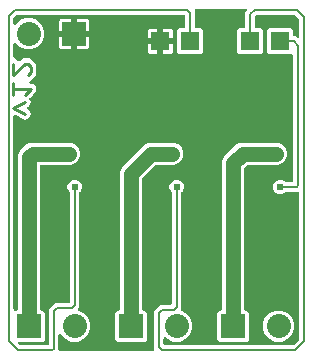
<source format=gbr>
G04 EAGLE Gerber RS-274X export*
G75*
%MOMM*%
%FSLAX34Y34*%
%LPD*%
%INBottom Copper*%
%IPPOS*%
%AMOC8*
5,1,8,0,0,1.08239X$1,22.5*%
G01*
%ADD10C,0.279400*%
%ADD11R,2.032000X2.032000*%
%ADD12C,2.032000*%
%ADD13R,1.625600X1.625600*%
%ADD14C,0.736600*%
%ADD15C,0.609600*%
%ADD16C,1.270000*%
%ADD17C,0.203200*%

G36*
X126961Y4082D02*
X126961Y4082D01*
X127099Y4095D01*
X127118Y4102D01*
X127138Y4105D01*
X127267Y4156D01*
X127399Y4203D01*
X127415Y4214D01*
X127434Y4222D01*
X127546Y4303D01*
X127662Y4382D01*
X127675Y4397D01*
X127691Y4408D01*
X127780Y4516D01*
X127872Y4620D01*
X127881Y4638D01*
X127894Y4653D01*
X127953Y4779D01*
X128017Y4903D01*
X128021Y4923D01*
X128030Y4941D01*
X128056Y5077D01*
X128086Y5214D01*
X128086Y5234D01*
X128089Y5253D01*
X128081Y5392D01*
X128076Y5531D01*
X128071Y5551D01*
X128070Y5571D01*
X128027Y5703D01*
X128015Y5743D01*
X128015Y38514D01*
X132936Y43435D01*
X141986Y43435D01*
X142104Y43450D01*
X142223Y43457D01*
X142261Y43470D01*
X142302Y43475D01*
X142412Y43518D01*
X142525Y43555D01*
X142560Y43577D01*
X142597Y43592D01*
X142693Y43661D01*
X142794Y43725D01*
X142822Y43755D01*
X142855Y43778D01*
X142931Y43870D01*
X143012Y43957D01*
X143032Y43992D01*
X143057Y44023D01*
X143108Y44131D01*
X143166Y44235D01*
X143176Y44275D01*
X143193Y44311D01*
X143215Y44428D01*
X143245Y44543D01*
X143249Y44603D01*
X143253Y44623D01*
X143251Y44644D01*
X143255Y44704D01*
X143255Y138427D01*
X143243Y138525D01*
X143240Y138624D01*
X143223Y138682D01*
X143215Y138742D01*
X143179Y138835D01*
X143151Y138930D01*
X143121Y138982D01*
X143098Y139038D01*
X143040Y139118D01*
X142990Y139204D01*
X142924Y139279D01*
X142912Y139295D01*
X142902Y139303D01*
X142884Y139324D01*
X142151Y140056D01*
X141223Y142297D01*
X141223Y144723D01*
X142151Y146964D01*
X143866Y148679D01*
X146107Y149607D01*
X148533Y149607D01*
X150774Y148679D01*
X152489Y146964D01*
X153417Y144723D01*
X153417Y142297D01*
X152489Y140056D01*
X151756Y139324D01*
X151696Y139246D01*
X151628Y139174D01*
X151599Y139121D01*
X151562Y139073D01*
X151522Y138982D01*
X151474Y138896D01*
X151459Y138837D01*
X151435Y138781D01*
X151420Y138683D01*
X151395Y138588D01*
X151389Y138488D01*
X151385Y138467D01*
X151387Y138455D01*
X151385Y138427D01*
X151385Y40226D01*
X151148Y39989D01*
X151117Y39950D01*
X151081Y39917D01*
X151020Y39825D01*
X150953Y39738D01*
X150933Y39693D01*
X150906Y39651D01*
X150870Y39547D01*
X150827Y39446D01*
X150819Y39397D01*
X150803Y39350D01*
X150794Y39241D01*
X150777Y39132D01*
X150781Y39083D01*
X150778Y39033D01*
X150796Y38925D01*
X150807Y38816D01*
X150823Y38769D01*
X150832Y38720D01*
X150877Y38620D01*
X150914Y38516D01*
X150942Y38475D01*
X150962Y38430D01*
X151031Y38344D01*
X151093Y38253D01*
X151130Y38220D01*
X151161Y38182D01*
X151249Y38115D01*
X151331Y38043D01*
X151375Y38020D01*
X151415Y37990D01*
X151560Y37919D01*
X154750Y36598D01*
X158466Y32882D01*
X160477Y28027D01*
X160477Y22773D01*
X158466Y17918D01*
X154750Y14202D01*
X149895Y12191D01*
X144641Y12191D01*
X139786Y14202D01*
X138311Y15677D01*
X138202Y15762D01*
X138095Y15850D01*
X138076Y15859D01*
X138060Y15871D01*
X137932Y15927D01*
X137807Y15986D01*
X137787Y15990D01*
X137768Y15998D01*
X137630Y16020D01*
X137494Y16046D01*
X137474Y16044D01*
X137454Y16048D01*
X137315Y16035D01*
X137177Y16026D01*
X137158Y16020D01*
X137138Y16018D01*
X137006Y15971D01*
X136875Y15928D01*
X136857Y15917D01*
X136838Y15910D01*
X136723Y15832D01*
X136606Y15758D01*
X136592Y15743D01*
X136575Y15732D01*
X136483Y15627D01*
X136388Y15526D01*
X136378Y15508D01*
X136365Y15493D01*
X136301Y15369D01*
X136234Y15248D01*
X136229Y15228D01*
X136220Y15210D01*
X136190Y15074D01*
X136155Y14940D01*
X136153Y14912D01*
X136150Y14900D01*
X136151Y14879D01*
X136145Y14779D01*
X136145Y10414D01*
X136160Y10296D01*
X136167Y10177D01*
X136180Y10139D01*
X136185Y10098D01*
X136228Y9988D01*
X136265Y9875D01*
X136287Y9840D01*
X136302Y9803D01*
X136371Y9707D01*
X136435Y9606D01*
X136465Y9578D01*
X136488Y9545D01*
X136580Y9469D01*
X136667Y9388D01*
X136702Y9368D01*
X136733Y9343D01*
X136841Y9292D01*
X136945Y9234D01*
X136985Y9224D01*
X137021Y9207D01*
X137138Y9185D01*
X137253Y9155D01*
X137313Y9151D01*
X137333Y9147D01*
X137354Y9149D01*
X137414Y9145D01*
X245441Y9145D01*
X245539Y9157D01*
X245638Y9160D01*
X245696Y9177D01*
X245756Y9185D01*
X245848Y9221D01*
X245943Y9249D01*
X245995Y9279D01*
X246052Y9302D01*
X246132Y9360D01*
X246217Y9410D01*
X246293Y9476D01*
X246309Y9488D01*
X246317Y9498D01*
X246338Y9516D01*
X250834Y14012D01*
X250894Y14090D01*
X250962Y14162D01*
X250991Y14215D01*
X251028Y14263D01*
X251068Y14354D01*
X251116Y14441D01*
X251131Y14499D01*
X251155Y14555D01*
X251170Y14653D01*
X251195Y14749D01*
X251201Y14849D01*
X251205Y14869D01*
X251203Y14881D01*
X251205Y14909D01*
X251205Y138176D01*
X251190Y138294D01*
X251183Y138413D01*
X251170Y138451D01*
X251165Y138492D01*
X251122Y138602D01*
X251085Y138715D01*
X251063Y138750D01*
X251048Y138787D01*
X250979Y138883D01*
X250915Y138984D01*
X250885Y139012D01*
X250862Y139045D01*
X250770Y139121D01*
X250683Y139202D01*
X250648Y139222D01*
X250617Y139247D01*
X250509Y139298D01*
X250405Y139356D01*
X250365Y139366D01*
X250329Y139383D01*
X250212Y139405D01*
X250097Y139435D01*
X250037Y139439D01*
X250017Y139443D01*
X249996Y139441D01*
X249936Y139445D01*
X240033Y139445D01*
X239935Y139433D01*
X239836Y139430D01*
X239778Y139413D01*
X239718Y139405D01*
X239625Y139369D01*
X239530Y139341D01*
X239478Y139311D01*
X239422Y139288D01*
X239342Y139230D01*
X239256Y139180D01*
X239181Y139114D01*
X239165Y139102D01*
X239157Y139092D01*
X239136Y139074D01*
X238404Y138341D01*
X236163Y137413D01*
X233737Y137413D01*
X231496Y138341D01*
X229781Y140056D01*
X228853Y142297D01*
X228853Y144723D01*
X229781Y146964D01*
X231496Y148679D01*
X233737Y149607D01*
X236163Y149607D01*
X238404Y148679D01*
X239136Y147946D01*
X239214Y147886D01*
X239286Y147818D01*
X239339Y147789D01*
X239387Y147752D01*
X239478Y147712D01*
X239564Y147664D01*
X239623Y147649D01*
X239679Y147625D01*
X239777Y147610D01*
X239872Y147585D01*
X239972Y147579D01*
X239993Y147575D01*
X240005Y147577D01*
X240033Y147575D01*
X244856Y147575D01*
X244974Y147590D01*
X245093Y147597D01*
X245131Y147610D01*
X245172Y147615D01*
X245282Y147658D01*
X245395Y147695D01*
X245430Y147717D01*
X245467Y147732D01*
X245563Y147801D01*
X245664Y147865D01*
X245692Y147895D01*
X245725Y147918D01*
X245801Y148010D01*
X245882Y148097D01*
X245902Y148132D01*
X245927Y148163D01*
X245978Y148271D01*
X246036Y148375D01*
X246046Y148415D01*
X246063Y148451D01*
X246085Y148568D01*
X246115Y148683D01*
X246119Y148743D01*
X246123Y148763D01*
X246121Y148784D01*
X246125Y148844D01*
X246125Y254254D01*
X246110Y254372D01*
X246103Y254491D01*
X246090Y254529D01*
X246085Y254570D01*
X246042Y254680D01*
X246005Y254793D01*
X245983Y254828D01*
X245968Y254865D01*
X245899Y254961D01*
X245835Y255062D01*
X245805Y255090D01*
X245782Y255123D01*
X245690Y255199D01*
X245603Y255280D01*
X245568Y255300D01*
X245537Y255325D01*
X245429Y255376D01*
X245325Y255434D01*
X245285Y255444D01*
X245249Y255461D01*
X245132Y255483D01*
X245017Y255513D01*
X244957Y255517D01*
X244937Y255521D01*
X244916Y255519D01*
X244856Y255523D01*
X225559Y255523D01*
X223773Y257309D01*
X223773Y276091D01*
X225559Y277877D01*
X244341Y277877D01*
X246127Y276091D01*
X246127Y272034D01*
X246142Y271916D01*
X246149Y271797D01*
X246162Y271759D01*
X246167Y271718D01*
X246210Y271608D01*
X246247Y271495D01*
X246269Y271460D01*
X246284Y271423D01*
X246353Y271327D01*
X246417Y271226D01*
X246447Y271198D01*
X246470Y271165D01*
X246562Y271089D01*
X246649Y271008D01*
X246684Y270988D01*
X246715Y270963D01*
X246823Y270912D01*
X246927Y270854D01*
X246967Y270844D01*
X247003Y270827D01*
X247120Y270805D01*
X247235Y270775D01*
X247295Y270771D01*
X247315Y270767D01*
X247336Y270769D01*
X247396Y270765D01*
X248064Y270765D01*
X249039Y269790D01*
X249148Y269705D01*
X249255Y269616D01*
X249274Y269607D01*
X249290Y269595D01*
X249417Y269540D01*
X249543Y269480D01*
X249563Y269477D01*
X249582Y269469D01*
X249720Y269447D01*
X249856Y269421D01*
X249876Y269422D01*
X249896Y269419D01*
X250035Y269432D01*
X250173Y269440D01*
X250192Y269447D01*
X250212Y269449D01*
X250344Y269496D01*
X250475Y269538D01*
X250493Y269549D01*
X250512Y269556D01*
X250627Y269634D01*
X250744Y269709D01*
X250758Y269723D01*
X250775Y269735D01*
X250867Y269839D01*
X250962Y269940D01*
X250972Y269958D01*
X250985Y269973D01*
X251049Y270097D01*
X251116Y270219D01*
X251121Y270238D01*
X251130Y270256D01*
X251160Y270392D01*
X251195Y270527D01*
X251197Y270555D01*
X251200Y270567D01*
X251199Y270587D01*
X251205Y270687D01*
X251205Y284811D01*
X251193Y284909D01*
X251190Y285008D01*
X251173Y285066D01*
X251165Y285126D01*
X251129Y285218D01*
X251101Y285313D01*
X251071Y285365D01*
X251048Y285422D01*
X250990Y285502D01*
X250940Y285587D01*
X250874Y285663D01*
X250862Y285679D01*
X250852Y285687D01*
X250834Y285708D01*
X247608Y288934D01*
X247530Y288994D01*
X247458Y289062D01*
X247405Y289091D01*
X247357Y289128D01*
X247266Y289168D01*
X247179Y289216D01*
X247121Y289231D01*
X247065Y289255D01*
X246967Y289270D01*
X246871Y289295D01*
X246771Y289301D01*
X246751Y289305D01*
X246739Y289303D01*
X246711Y289305D01*
X215569Y289305D01*
X215471Y289293D01*
X215372Y289290D01*
X215314Y289273D01*
X215254Y289265D01*
X215162Y289229D01*
X215067Y289201D01*
X215015Y289171D01*
X214958Y289148D01*
X214878Y289090D01*
X214793Y289040D01*
X214717Y288974D01*
X214701Y288962D01*
X214693Y288952D01*
X214672Y288934D01*
X213986Y288248D01*
X213926Y288170D01*
X213858Y288098D01*
X213829Y288045D01*
X213792Y287997D01*
X213752Y287906D01*
X213704Y287819D01*
X213689Y287761D01*
X213665Y287705D01*
X213650Y287607D01*
X213625Y287511D01*
X213619Y287411D01*
X213615Y287391D01*
X213617Y287379D01*
X213615Y287351D01*
X213615Y279146D01*
X213630Y279028D01*
X213637Y278909D01*
X213650Y278871D01*
X213655Y278830D01*
X213698Y278720D01*
X213735Y278607D01*
X213757Y278572D01*
X213772Y278535D01*
X213841Y278439D01*
X213905Y278338D01*
X213935Y278310D01*
X213958Y278277D01*
X214050Y278201D01*
X214137Y278120D01*
X214172Y278100D01*
X214203Y278075D01*
X214311Y278024D01*
X214415Y277966D01*
X214455Y277956D01*
X214491Y277939D01*
X214608Y277917D01*
X214723Y277887D01*
X214783Y277883D01*
X214803Y277879D01*
X214824Y277881D01*
X214884Y277877D01*
X218941Y277877D01*
X220727Y276091D01*
X220727Y257309D01*
X218941Y255523D01*
X200159Y255523D01*
X198373Y257309D01*
X198373Y276091D01*
X200159Y277877D01*
X204216Y277877D01*
X204334Y277892D01*
X204453Y277899D01*
X204491Y277912D01*
X204532Y277917D01*
X204642Y277960D01*
X204755Y277997D01*
X204790Y278019D01*
X204827Y278034D01*
X204923Y278103D01*
X205024Y278167D01*
X205052Y278197D01*
X205085Y278220D01*
X205161Y278312D01*
X205242Y278399D01*
X205262Y278434D01*
X205287Y278465D01*
X205338Y278573D01*
X205396Y278677D01*
X205406Y278717D01*
X205423Y278753D01*
X205445Y278870D01*
X205475Y278985D01*
X205479Y279045D01*
X205483Y279065D01*
X205481Y279086D01*
X205485Y279146D01*
X205485Y291244D01*
X206360Y292119D01*
X206445Y292228D01*
X206534Y292335D01*
X206543Y292354D01*
X206555Y292370D01*
X206610Y292497D01*
X206670Y292623D01*
X206673Y292643D01*
X206681Y292662D01*
X206703Y292800D01*
X206729Y292936D01*
X206728Y292956D01*
X206731Y292976D01*
X206718Y293115D01*
X206710Y293253D01*
X206703Y293272D01*
X206701Y293292D01*
X206654Y293424D01*
X206612Y293555D01*
X206601Y293573D01*
X206594Y293592D01*
X206516Y293707D01*
X206441Y293824D01*
X206427Y293838D01*
X206415Y293855D01*
X206311Y293947D01*
X206210Y294042D01*
X206192Y294052D01*
X206177Y294065D01*
X206053Y294128D01*
X205931Y294196D01*
X205912Y294201D01*
X205894Y294210D01*
X205758Y294240D01*
X205623Y294275D01*
X205595Y294277D01*
X205583Y294280D01*
X205563Y294279D01*
X205463Y294285D01*
X164084Y294285D01*
X163966Y294270D01*
X163847Y294263D01*
X163809Y294250D01*
X163768Y294245D01*
X163658Y294202D01*
X163545Y294165D01*
X163510Y294143D01*
X163473Y294128D01*
X163377Y294059D01*
X163276Y293995D01*
X163248Y293965D01*
X163215Y293942D01*
X163139Y293850D01*
X163058Y293763D01*
X163038Y293728D01*
X163013Y293697D01*
X162962Y293589D01*
X162904Y293485D01*
X162894Y293445D01*
X162877Y293409D01*
X162855Y293292D01*
X162825Y293177D01*
X162821Y293117D01*
X162817Y293097D01*
X162819Y293076D01*
X162815Y293016D01*
X162815Y279146D01*
X162830Y279028D01*
X162837Y278909D01*
X162850Y278871D01*
X162855Y278830D01*
X162898Y278720D01*
X162935Y278607D01*
X162957Y278572D01*
X162972Y278535D01*
X163041Y278439D01*
X163105Y278338D01*
X163135Y278310D01*
X163158Y278277D01*
X163250Y278201D01*
X163337Y278120D01*
X163372Y278100D01*
X163403Y278075D01*
X163511Y278024D01*
X163615Y277966D01*
X163655Y277956D01*
X163691Y277939D01*
X163808Y277917D01*
X163923Y277887D01*
X163983Y277883D01*
X164003Y277879D01*
X164024Y277881D01*
X164084Y277877D01*
X168141Y277877D01*
X169927Y276091D01*
X169927Y257309D01*
X168141Y255523D01*
X149359Y255523D01*
X147573Y257309D01*
X147573Y276091D01*
X149359Y277877D01*
X153416Y277877D01*
X153534Y277892D01*
X153653Y277899D01*
X153691Y277912D01*
X153732Y277917D01*
X153842Y277960D01*
X153955Y277997D01*
X153990Y278019D01*
X154027Y278034D01*
X154123Y278103D01*
X154224Y278167D01*
X154252Y278197D01*
X154285Y278220D01*
X154361Y278312D01*
X154442Y278399D01*
X154462Y278434D01*
X154487Y278465D01*
X154538Y278573D01*
X154596Y278677D01*
X154606Y278717D01*
X154623Y278753D01*
X154645Y278870D01*
X154675Y278985D01*
X154679Y279045D01*
X154683Y279065D01*
X154681Y279086D01*
X154685Y279146D01*
X154685Y288036D01*
X154670Y288154D01*
X154663Y288273D01*
X154650Y288311D01*
X154645Y288352D01*
X154602Y288462D01*
X154565Y288575D01*
X154543Y288610D01*
X154528Y288647D01*
X154459Y288743D01*
X154395Y288844D01*
X154365Y288872D01*
X154342Y288905D01*
X154250Y288981D01*
X154163Y289062D01*
X154128Y289082D01*
X154097Y289107D01*
X153989Y289158D01*
X153885Y289216D01*
X153845Y289226D01*
X153809Y289243D01*
X153692Y289265D01*
X153577Y289295D01*
X153517Y289299D01*
X153497Y289303D01*
X153476Y289301D01*
X153416Y289305D01*
X12369Y289305D01*
X12271Y289293D01*
X12172Y289290D01*
X12114Y289273D01*
X12054Y289265D01*
X11962Y289229D01*
X11867Y289201D01*
X11815Y289171D01*
X11758Y289148D01*
X11678Y289090D01*
X11593Y289040D01*
X11517Y288974D01*
X11501Y288962D01*
X11493Y288952D01*
X11472Y288934D01*
X9516Y286978D01*
X9456Y286900D01*
X9388Y286828D01*
X9359Y286775D01*
X9322Y286727D01*
X9282Y286636D01*
X9234Y286549D01*
X9219Y286491D01*
X9195Y286435D01*
X9180Y286337D01*
X9155Y286241D01*
X9149Y286141D01*
X9145Y286121D01*
X9147Y286109D01*
X9145Y286081D01*
X9145Y281979D01*
X9162Y281842D01*
X9175Y281703D01*
X9182Y281684D01*
X9185Y281664D01*
X9236Y281535D01*
X9283Y281404D01*
X9294Y281387D01*
X9302Y281368D01*
X9383Y281256D01*
X9461Y281141D01*
X9477Y281127D01*
X9488Y281111D01*
X9596Y281022D01*
X9700Y280930D01*
X9718Y280921D01*
X9733Y280908D01*
X9859Y280849D01*
X9983Y280786D01*
X10003Y280781D01*
X10021Y280773D01*
X10157Y280746D01*
X10293Y280716D01*
X10314Y280717D01*
X10333Y280713D01*
X10472Y280721D01*
X10611Y280726D01*
X10631Y280731D01*
X10651Y280733D01*
X10783Y280775D01*
X10917Y280814D01*
X10934Y280824D01*
X10953Y280831D01*
X11071Y280905D01*
X11191Y280976D01*
X11212Y280994D01*
X11222Y281001D01*
X11236Y281016D01*
X11311Y281082D01*
X14477Y284248D01*
X19332Y286259D01*
X24587Y286259D01*
X29442Y284248D01*
X33157Y280532D01*
X35168Y275677D01*
X35168Y270423D01*
X33157Y265568D01*
X29442Y261852D01*
X24587Y259841D01*
X19332Y259841D01*
X14477Y261852D01*
X11311Y265018D01*
X11202Y265103D01*
X11095Y265192D01*
X11076Y265201D01*
X11060Y265213D01*
X10932Y265268D01*
X10807Y265327D01*
X10787Y265331D01*
X10768Y265339D01*
X10630Y265361D01*
X10494Y265387D01*
X10474Y265386D01*
X10454Y265389D01*
X10315Y265376D01*
X10177Y265367D01*
X10158Y265361D01*
X10138Y265359D01*
X10006Y265312D01*
X9875Y265269D01*
X9857Y265259D01*
X9838Y265252D01*
X9723Y265174D01*
X9606Y265099D01*
X9592Y265085D01*
X9575Y265073D01*
X9483Y264969D01*
X9388Y264868D01*
X9378Y264850D01*
X9365Y264835D01*
X9301Y264711D01*
X9234Y264589D01*
X9229Y264570D01*
X9220Y264552D01*
X9190Y264416D01*
X9155Y264281D01*
X9153Y264253D01*
X9150Y264241D01*
X9151Y264221D01*
X9145Y264121D01*
X9145Y253470D01*
X9160Y253351D01*
X9167Y253233D01*
X9180Y253194D01*
X9185Y253154D01*
X9228Y253043D01*
X9265Y252930D01*
X9287Y252896D01*
X9302Y252858D01*
X9371Y252762D01*
X9435Y252661D01*
X9465Y252634D01*
X9488Y252601D01*
X9580Y252525D01*
X9667Y252443D01*
X9702Y252424D01*
X9733Y252398D01*
X9841Y252347D01*
X9945Y252290D01*
X9985Y252280D01*
X10021Y252263D01*
X10138Y252240D01*
X10253Y252211D01*
X10313Y252207D01*
X10333Y252203D01*
X10354Y252204D01*
X10414Y252200D01*
X10858Y252200D01*
X13119Y249940D01*
X13213Y249867D01*
X13302Y249788D01*
X13338Y249770D01*
X13370Y249745D01*
X13480Y249697D01*
X13586Y249643D01*
X13625Y249634D01*
X13662Y249618D01*
X13780Y249600D01*
X13896Y249574D01*
X13936Y249575D01*
X13976Y249569D01*
X14095Y249580D01*
X14214Y249583D01*
X14253Y249595D01*
X14293Y249598D01*
X14405Y249639D01*
X14519Y249672D01*
X14554Y249692D01*
X14592Y249706D01*
X14691Y249773D01*
X14793Y249833D01*
X14839Y249873D01*
X14855Y249885D01*
X14869Y249900D01*
X14914Y249940D01*
X17175Y252200D01*
X23357Y252200D01*
X25486Y250072D01*
X26912Y248645D01*
X28462Y247096D01*
X28462Y238414D01*
X26856Y236808D01*
X25486Y235438D01*
X23044Y232996D01*
X22959Y232887D01*
X22870Y232779D01*
X22861Y232761D01*
X22849Y232745D01*
X22794Y232617D01*
X22734Y232491D01*
X22730Y232471D01*
X22722Y232453D01*
X22700Y232315D01*
X22674Y232179D01*
X22676Y232159D01*
X22673Y232139D01*
X22686Y232000D01*
X22694Y231861D01*
X22700Y231842D01*
X22702Y231822D01*
X22750Y231691D01*
X22792Y231559D01*
X22803Y231542D01*
X22810Y231523D01*
X22888Y231408D01*
X22962Y231290D01*
X22977Y231276D01*
X22989Y231260D01*
X23093Y231168D01*
X23194Y231072D01*
X23212Y231063D01*
X23227Y231049D01*
X23351Y230986D01*
X23473Y230919D01*
X23492Y230914D01*
X23510Y230905D01*
X23646Y230874D01*
X23780Y230839D01*
X23809Y230838D01*
X23821Y230835D01*
X23841Y230836D01*
X23941Y230829D01*
X25857Y230829D01*
X27135Y229551D01*
X28462Y228225D01*
X28462Y224542D01*
X26091Y222172D01*
X25486Y221566D01*
X22948Y219029D01*
X22903Y218970D01*
X22850Y218918D01*
X22806Y218845D01*
X22753Y218777D01*
X22724Y218709D01*
X22685Y218645D01*
X22661Y218564D01*
X22627Y218486D01*
X22615Y218412D01*
X22594Y218341D01*
X22591Y218256D01*
X22577Y218172D01*
X22584Y218097D01*
X22581Y218023D01*
X22599Y217940D01*
X22607Y217855D01*
X22632Y217785D01*
X22648Y217712D01*
X22711Y217564D01*
X23816Y215353D01*
X22651Y211859D01*
X21228Y211147D01*
X21187Y211120D01*
X21142Y211100D01*
X21056Y211031D01*
X20964Y210970D01*
X20931Y210933D01*
X20892Y210903D01*
X20825Y210816D01*
X20752Y210733D01*
X20729Y210689D01*
X20699Y210650D01*
X20656Y210549D01*
X20605Y210451D01*
X20594Y210403D01*
X20575Y210358D01*
X20558Y210249D01*
X20533Y210141D01*
X20535Y210092D01*
X20527Y210043D01*
X20538Y209933D01*
X20541Y209823D01*
X20554Y209776D01*
X20559Y209727D01*
X20597Y209623D01*
X20627Y209517D01*
X20652Y209475D01*
X20669Y209428D01*
X20732Y209337D01*
X20787Y209242D01*
X20821Y209207D01*
X20849Y209166D01*
X20932Y209094D01*
X21010Y209016D01*
X21052Y208990D01*
X21089Y208958D01*
X21228Y208877D01*
X22651Y208165D01*
X23816Y204671D01*
X22169Y201377D01*
X18675Y200212D01*
X10982Y204059D01*
X10892Y204090D01*
X10807Y204131D01*
X10743Y204143D01*
X10682Y204165D01*
X10587Y204173D01*
X10494Y204191D01*
X10430Y204186D01*
X10365Y204192D01*
X10271Y204177D01*
X10177Y204171D01*
X10115Y204151D01*
X10051Y204140D01*
X9964Y204102D01*
X9875Y204073D01*
X9820Y204038D01*
X9760Y204012D01*
X9686Y203953D01*
X9606Y203903D01*
X9561Y203855D01*
X9510Y203815D01*
X9453Y203740D01*
X9388Y203671D01*
X9357Y203614D01*
X9317Y203562D01*
X9280Y203475D01*
X9234Y203392D01*
X9218Y203330D01*
X9193Y203270D01*
X9179Y203176D01*
X9155Y203085D01*
X9148Y202974D01*
X9145Y202955D01*
X9146Y202945D01*
X9145Y202924D01*
X9145Y39878D01*
X9160Y39760D01*
X9167Y39641D01*
X9180Y39603D01*
X9185Y39562D01*
X9228Y39452D01*
X9265Y39339D01*
X9287Y39304D01*
X9302Y39267D01*
X9371Y39171D01*
X9435Y39070D01*
X9465Y39042D01*
X9488Y39009D01*
X9580Y38933D01*
X9667Y38852D01*
X9702Y38832D01*
X9733Y38807D01*
X9841Y38756D01*
X9945Y38698D01*
X9985Y38688D01*
X10021Y38671D01*
X10138Y38649D01*
X10253Y38619D01*
X10313Y38615D01*
X10333Y38611D01*
X10354Y38613D01*
X10414Y38609D01*
X11684Y38609D01*
X11802Y38624D01*
X11921Y38631D01*
X11959Y38644D01*
X12000Y38649D01*
X12110Y38692D01*
X12223Y38729D01*
X12258Y38751D01*
X12295Y38766D01*
X12391Y38835D01*
X12492Y38899D01*
X12520Y38929D01*
X12553Y38952D01*
X12629Y39044D01*
X12710Y39131D01*
X12730Y39166D01*
X12755Y39197D01*
X12806Y39305D01*
X12864Y39409D01*
X12874Y39449D01*
X12891Y39485D01*
X12913Y39602D01*
X12943Y39717D01*
X12947Y39777D01*
X12951Y39797D01*
X12949Y39818D01*
X12953Y39878D01*
X12953Y170272D01*
X14384Y173726D01*
X20076Y179418D01*
X23530Y180849D01*
X57750Y180849D01*
X61204Y179418D01*
X63848Y176774D01*
X65279Y173320D01*
X65279Y169580D01*
X63848Y166126D01*
X61204Y163482D01*
X57750Y162051D01*
X33020Y162051D01*
X32902Y162036D01*
X32783Y162029D01*
X32745Y162016D01*
X32704Y162011D01*
X32594Y161968D01*
X32481Y161931D01*
X32446Y161909D01*
X32409Y161894D01*
X32313Y161825D01*
X32212Y161761D01*
X32184Y161731D01*
X32151Y161708D01*
X32075Y161616D01*
X31994Y161529D01*
X31974Y161494D01*
X31949Y161463D01*
X31898Y161355D01*
X31840Y161251D01*
X31830Y161211D01*
X31813Y161175D01*
X31791Y161058D01*
X31761Y160943D01*
X31757Y160883D01*
X31753Y160863D01*
X31755Y160842D01*
X31751Y160782D01*
X31751Y39878D01*
X31766Y39760D01*
X31773Y39641D01*
X31786Y39603D01*
X31791Y39562D01*
X31834Y39452D01*
X31871Y39339D01*
X31893Y39304D01*
X31908Y39267D01*
X31977Y39171D01*
X32041Y39070D01*
X32071Y39042D01*
X32094Y39009D01*
X32186Y38933D01*
X32273Y38852D01*
X32308Y38832D01*
X32339Y38807D01*
X32447Y38756D01*
X32551Y38698D01*
X32591Y38688D01*
X32627Y38671D01*
X32744Y38649D01*
X32859Y38619D01*
X32919Y38615D01*
X32939Y38611D01*
X32960Y38613D01*
X33020Y38609D01*
X33775Y38609D01*
X35561Y36823D01*
X35561Y13977D01*
X33775Y12191D01*
X14401Y12191D01*
X14263Y12174D01*
X14125Y12161D01*
X14106Y12154D01*
X14086Y12151D01*
X13956Y12100D01*
X13826Y12053D01*
X13809Y12042D01*
X13790Y12034D01*
X13678Y11953D01*
X13563Y11875D01*
X13549Y11859D01*
X13533Y11848D01*
X13444Y11740D01*
X13352Y11636D01*
X13343Y11618D01*
X13330Y11603D01*
X13271Y11477D01*
X13207Y11353D01*
X13203Y11333D01*
X13194Y11315D01*
X13168Y11179D01*
X13138Y11043D01*
X13138Y11022D01*
X13135Y11003D01*
X13143Y10864D01*
X13148Y10725D01*
X13153Y10705D01*
X13154Y10685D01*
X13197Y10553D01*
X13236Y10419D01*
X13246Y10402D01*
X13252Y10383D01*
X13327Y10265D01*
X13397Y10145D01*
X13416Y10124D01*
X13423Y10114D01*
X13438Y10100D01*
X13504Y10024D01*
X14012Y9516D01*
X14090Y9456D01*
X14162Y9388D01*
X14215Y9359D01*
X14263Y9322D01*
X14354Y9282D01*
X14441Y9234D01*
X14499Y9219D01*
X14555Y9195D01*
X14653Y9180D01*
X14749Y9155D01*
X14849Y9149D01*
X14869Y9145D01*
X14881Y9147D01*
X14909Y9145D01*
X37846Y9145D01*
X37964Y9160D01*
X38083Y9167D01*
X38121Y9180D01*
X38162Y9185D01*
X38272Y9228D01*
X38385Y9265D01*
X38420Y9287D01*
X38457Y9302D01*
X38553Y9371D01*
X38654Y9435D01*
X38682Y9465D01*
X38715Y9488D01*
X38791Y9580D01*
X38872Y9667D01*
X38892Y9702D01*
X38917Y9733D01*
X38968Y9841D01*
X39026Y9945D01*
X39036Y9985D01*
X39053Y10021D01*
X39075Y10138D01*
X39105Y10253D01*
X39109Y10313D01*
X39113Y10333D01*
X39111Y10354D01*
X39115Y10414D01*
X39115Y39784D01*
X44036Y44705D01*
X55626Y44705D01*
X55744Y44720D01*
X55863Y44727D01*
X55901Y44740D01*
X55942Y44745D01*
X56052Y44788D01*
X56165Y44825D01*
X56200Y44847D01*
X56237Y44862D01*
X56333Y44931D01*
X56434Y44995D01*
X56462Y45025D01*
X56495Y45048D01*
X56571Y45140D01*
X56652Y45227D01*
X56672Y45262D01*
X56697Y45293D01*
X56748Y45401D01*
X56806Y45505D01*
X56816Y45545D01*
X56833Y45581D01*
X56855Y45698D01*
X56885Y45813D01*
X56889Y45873D01*
X56893Y45893D01*
X56891Y45914D01*
X56895Y45974D01*
X56895Y138427D01*
X56883Y138525D01*
X56880Y138624D01*
X56863Y138682D01*
X56855Y138742D01*
X56819Y138835D01*
X56791Y138930D01*
X56761Y138982D01*
X56738Y139038D01*
X56680Y139118D01*
X56630Y139204D01*
X56564Y139279D01*
X56552Y139295D01*
X56542Y139303D01*
X56524Y139324D01*
X55791Y140056D01*
X54863Y142297D01*
X54863Y144723D01*
X55791Y146964D01*
X57506Y148679D01*
X59747Y149607D01*
X62173Y149607D01*
X64414Y148679D01*
X66129Y146964D01*
X67057Y144723D01*
X67057Y142297D01*
X66129Y140056D01*
X65396Y139324D01*
X65336Y139246D01*
X65268Y139174D01*
X65239Y139121D01*
X65202Y139073D01*
X65162Y138982D01*
X65114Y138896D01*
X65099Y138837D01*
X65075Y138781D01*
X65060Y138683D01*
X65035Y138588D01*
X65029Y138488D01*
X65025Y138467D01*
X65027Y138455D01*
X65025Y138427D01*
X65025Y41496D01*
X63890Y40361D01*
X63859Y40322D01*
X63823Y40289D01*
X63762Y40197D01*
X63695Y40110D01*
X63675Y40064D01*
X63648Y40023D01*
X63612Y39919D01*
X63569Y39818D01*
X63561Y39769D01*
X63545Y39722D01*
X63536Y39613D01*
X63519Y39504D01*
X63523Y39455D01*
X63519Y39405D01*
X63538Y39297D01*
X63549Y39188D01*
X63565Y39141D01*
X63574Y39092D01*
X63619Y38992D01*
X63656Y38888D01*
X63684Y38847D01*
X63704Y38802D01*
X63773Y38716D01*
X63835Y38625D01*
X63872Y38592D01*
X63903Y38553D01*
X63991Y38487D01*
X64073Y38415D01*
X64117Y38392D01*
X64157Y38362D01*
X64302Y38291D01*
X68390Y36598D01*
X72106Y32882D01*
X74117Y28027D01*
X74117Y22773D01*
X72106Y17918D01*
X68390Y14202D01*
X63535Y12191D01*
X58281Y12191D01*
X53426Y14202D01*
X49710Y17918D01*
X49687Y17975D01*
X49652Y18035D01*
X49626Y18100D01*
X49574Y18173D01*
X49529Y18251D01*
X49481Y18301D01*
X49440Y18358D01*
X49370Y18415D01*
X49308Y18479D01*
X49248Y18516D01*
X49195Y18560D01*
X49113Y18599D01*
X49037Y18646D01*
X48970Y18666D01*
X48907Y18696D01*
X48819Y18713D01*
X48733Y18739D01*
X48663Y18743D01*
X48594Y18756D01*
X48505Y18750D01*
X48415Y18754D01*
X48347Y18740D01*
X48277Y18736D01*
X48192Y18708D01*
X48104Y18690D01*
X48041Y18659D01*
X47975Y18638D01*
X47899Y18590D01*
X47818Y18550D01*
X47765Y18505D01*
X47706Y18468D01*
X47644Y18402D01*
X47576Y18344D01*
X47536Y18287D01*
X47488Y18236D01*
X47445Y18157D01*
X47393Y18084D01*
X47368Y18019D01*
X47334Y17958D01*
X47312Y17871D01*
X47280Y17787D01*
X47272Y17717D01*
X47255Y17650D01*
X47245Y17489D01*
X47245Y5334D01*
X47260Y5216D01*
X47267Y5097D01*
X47280Y5059D01*
X47285Y5018D01*
X47328Y4908D01*
X47365Y4795D01*
X47387Y4760D01*
X47402Y4723D01*
X47471Y4627D01*
X47535Y4526D01*
X47565Y4498D01*
X47588Y4465D01*
X47680Y4389D01*
X47767Y4308D01*
X47802Y4288D01*
X47833Y4263D01*
X47941Y4212D01*
X48045Y4154D01*
X48085Y4144D01*
X48121Y4127D01*
X48238Y4105D01*
X48353Y4075D01*
X48413Y4071D01*
X48433Y4067D01*
X48454Y4069D01*
X48514Y4065D01*
X126823Y4065D01*
X126961Y4082D01*
G37*
%LPC*%
G36*
X183649Y12191D02*
X183649Y12191D01*
X181863Y13977D01*
X181863Y36823D01*
X183649Y38609D01*
X184404Y38609D01*
X184522Y38624D01*
X184641Y38631D01*
X184679Y38644D01*
X184720Y38649D01*
X184830Y38692D01*
X184943Y38729D01*
X184978Y38751D01*
X185015Y38766D01*
X185111Y38835D01*
X185212Y38899D01*
X185240Y38929D01*
X185273Y38952D01*
X185349Y39044D01*
X185430Y39131D01*
X185450Y39166D01*
X185475Y39197D01*
X185526Y39305D01*
X185584Y39409D01*
X185594Y39449D01*
X185611Y39485D01*
X185633Y39602D01*
X185663Y39717D01*
X185667Y39777D01*
X185671Y39797D01*
X185669Y39818D01*
X185673Y39878D01*
X185673Y165192D01*
X187104Y168646D01*
X197876Y179418D01*
X201330Y180849D01*
X233010Y180849D01*
X236464Y179418D01*
X239108Y176774D01*
X240539Y173320D01*
X240539Y169580D01*
X239108Y166126D01*
X236464Y163482D01*
X233010Y162051D01*
X207619Y162051D01*
X207521Y162039D01*
X207422Y162036D01*
X207363Y162019D01*
X207303Y162011D01*
X207211Y161975D01*
X207116Y161947D01*
X207064Y161917D01*
X207008Y161894D01*
X206928Y161836D01*
X206842Y161786D01*
X206767Y161720D01*
X206750Y161708D01*
X206742Y161698D01*
X206721Y161680D01*
X204842Y159801D01*
X204782Y159722D01*
X204714Y159650D01*
X204691Y159609D01*
X204679Y159594D01*
X204674Y159583D01*
X204648Y159549D01*
X204608Y159458D01*
X204560Y159372D01*
X204545Y159313D01*
X204521Y159258D01*
X204506Y159160D01*
X204481Y159064D01*
X204475Y158964D01*
X204471Y158943D01*
X204473Y158931D01*
X204471Y158903D01*
X204471Y39878D01*
X204486Y39760D01*
X204493Y39641D01*
X204506Y39603D01*
X204511Y39562D01*
X204554Y39452D01*
X204591Y39339D01*
X204613Y39304D01*
X204628Y39267D01*
X204697Y39171D01*
X204761Y39070D01*
X204791Y39042D01*
X204814Y39009D01*
X204906Y38933D01*
X204993Y38852D01*
X205028Y38832D01*
X205059Y38807D01*
X205167Y38756D01*
X205271Y38698D01*
X205311Y38688D01*
X205347Y38671D01*
X205464Y38649D01*
X205579Y38619D01*
X205639Y38615D01*
X205659Y38611D01*
X205680Y38613D01*
X205740Y38609D01*
X206495Y38609D01*
X208281Y36823D01*
X208281Y13977D01*
X206495Y12191D01*
X183649Y12191D01*
G37*
%LPD*%
%LPC*%
G36*
X97289Y12191D02*
X97289Y12191D01*
X95503Y13977D01*
X95503Y36823D01*
X97289Y38609D01*
X98044Y38609D01*
X98162Y38624D01*
X98281Y38631D01*
X98319Y38644D01*
X98360Y38649D01*
X98470Y38692D01*
X98583Y38729D01*
X98618Y38751D01*
X98655Y38766D01*
X98751Y38835D01*
X98852Y38899D01*
X98880Y38929D01*
X98913Y38952D01*
X98989Y39044D01*
X99070Y39131D01*
X99090Y39166D01*
X99115Y39197D01*
X99166Y39305D01*
X99224Y39409D01*
X99234Y39449D01*
X99251Y39485D01*
X99273Y39602D01*
X99303Y39717D01*
X99307Y39777D01*
X99311Y39797D01*
X99309Y39818D01*
X99313Y39878D01*
X99313Y156302D01*
X100744Y159756D01*
X120406Y179418D01*
X123860Y180849D01*
X145380Y180849D01*
X148834Y179418D01*
X151478Y176774D01*
X152909Y173320D01*
X152909Y169580D01*
X151478Y166126D01*
X148834Y163482D01*
X145380Y162051D01*
X130149Y162051D01*
X130051Y162039D01*
X129952Y162036D01*
X129893Y162019D01*
X129833Y162011D01*
X129741Y161975D01*
X129646Y161947D01*
X129594Y161917D01*
X129538Y161894D01*
X129458Y161836D01*
X129372Y161786D01*
X129297Y161720D01*
X129280Y161708D01*
X129272Y161698D01*
X129251Y161680D01*
X118482Y150911D01*
X118422Y150832D01*
X118354Y150760D01*
X118329Y150715D01*
X118324Y150709D01*
X118321Y150702D01*
X118288Y150659D01*
X118248Y150568D01*
X118200Y150482D01*
X118185Y150423D01*
X118161Y150368D01*
X118146Y150270D01*
X118121Y150174D01*
X118115Y150074D01*
X118111Y150053D01*
X118113Y150041D01*
X118111Y150013D01*
X118111Y39878D01*
X118126Y39760D01*
X118133Y39641D01*
X118146Y39603D01*
X118151Y39562D01*
X118194Y39452D01*
X118231Y39339D01*
X118253Y39304D01*
X118268Y39267D01*
X118337Y39171D01*
X118401Y39070D01*
X118431Y39042D01*
X118454Y39009D01*
X118546Y38933D01*
X118633Y38852D01*
X118668Y38832D01*
X118699Y38807D01*
X118807Y38756D01*
X118911Y38698D01*
X118951Y38688D01*
X118987Y38671D01*
X119104Y38649D01*
X119219Y38619D01*
X119279Y38615D01*
X119299Y38611D01*
X119320Y38613D01*
X119380Y38609D01*
X120135Y38609D01*
X121921Y36823D01*
X121921Y13977D01*
X120135Y12191D01*
X97289Y12191D01*
G37*
%LPD*%
%LPC*%
G36*
X231001Y12191D02*
X231001Y12191D01*
X226146Y14202D01*
X222430Y17918D01*
X220419Y22773D01*
X220419Y28027D01*
X222430Y32882D01*
X226146Y36598D01*
X231001Y38609D01*
X236255Y38609D01*
X241110Y36598D01*
X244826Y32882D01*
X246837Y28027D01*
X246837Y22773D01*
X244826Y17918D01*
X241110Y14202D01*
X236255Y12191D01*
X231001Y12191D01*
G37*
%LPD*%
%LPC*%
G36*
X63055Y275589D02*
X63055Y275589D01*
X63055Y285751D01*
X71010Y285751D01*
X71656Y285578D01*
X72235Y285243D01*
X72709Y284770D01*
X73043Y284191D01*
X73216Y283544D01*
X73216Y275589D01*
X63055Y275589D01*
G37*
%LPD*%
%LPC*%
G36*
X47815Y275589D02*
X47815Y275589D01*
X47815Y283544D01*
X47988Y284191D01*
X48322Y284770D01*
X48796Y285243D01*
X49375Y285578D01*
X50021Y285751D01*
X57976Y285751D01*
X57976Y275589D01*
X47815Y275589D01*
G37*
%LPD*%
%LPC*%
G36*
X50021Y260349D02*
X50021Y260349D01*
X49375Y260522D01*
X48796Y260857D01*
X48322Y261330D01*
X47988Y261909D01*
X47815Y262556D01*
X47815Y270511D01*
X57976Y270511D01*
X57976Y260349D01*
X50021Y260349D01*
G37*
%LPD*%
%LPC*%
G36*
X63055Y260349D02*
X63055Y260349D01*
X63055Y270511D01*
X73216Y270511D01*
X73216Y262556D01*
X73043Y261909D01*
X72709Y261330D01*
X72235Y260857D01*
X71656Y260522D01*
X71010Y260349D01*
X63055Y260349D01*
G37*
%LPD*%
%LPC*%
G36*
X135889Y269239D02*
X135889Y269239D01*
X135889Y277369D01*
X141812Y277369D01*
X142459Y277196D01*
X143038Y276861D01*
X143511Y276388D01*
X143846Y275809D01*
X144019Y275162D01*
X144019Y269239D01*
X135889Y269239D01*
G37*
%LPD*%
%LPC*%
G36*
X122681Y269239D02*
X122681Y269239D01*
X122681Y275162D01*
X122854Y275809D01*
X123189Y276388D01*
X123662Y276861D01*
X124241Y277196D01*
X124888Y277369D01*
X130811Y277369D01*
X130811Y269239D01*
X122681Y269239D01*
G37*
%LPD*%
%LPC*%
G36*
X135889Y256031D02*
X135889Y256031D01*
X135889Y264161D01*
X144019Y264161D01*
X144019Y258238D01*
X143846Y257591D01*
X143511Y257012D01*
X143038Y256539D01*
X142459Y256204D01*
X141812Y256031D01*
X135889Y256031D01*
G37*
%LPD*%
%LPC*%
G36*
X124888Y256031D02*
X124888Y256031D01*
X124241Y256204D01*
X123662Y256539D01*
X123189Y257012D01*
X122854Y257591D01*
X122681Y258238D01*
X122681Y264161D01*
X130811Y264161D01*
X130811Y256031D01*
X124888Y256031D01*
G37*
%LPD*%
%LPC*%
G36*
X60515Y273049D02*
X60515Y273049D01*
X60515Y273051D01*
X60516Y273051D01*
X60516Y273049D01*
X60515Y273049D01*
G37*
%LPD*%
%LPC*%
G36*
X133349Y266699D02*
X133349Y266699D01*
X133349Y266701D01*
X133351Y266701D01*
X133351Y266699D01*
X133349Y266699D01*
G37*
%LPD*%
D10*
X19016Y205012D02*
X9017Y210012D01*
X19016Y215011D01*
X19016Y221384D02*
X24016Y226383D01*
X9017Y226383D01*
X9017Y221384D02*
X9017Y231383D01*
X9017Y237755D02*
X9017Y247755D01*
X19016Y247755D02*
X9017Y237755D01*
X19016Y247755D02*
X21516Y247755D01*
X24016Y245255D01*
X24016Y240255D01*
X21516Y237755D01*
D11*
X60516Y273050D03*
D12*
X21960Y273050D03*
D11*
X108712Y25400D03*
D12*
X147268Y25400D03*
D11*
X22352Y25400D03*
D12*
X60908Y25400D03*
D11*
X195072Y25400D03*
D12*
X233628Y25400D03*
D13*
X209550Y266700D03*
X234950Y266700D03*
X133350Y266700D03*
X158750Y266700D03*
D14*
X76200Y185420D03*
X49530Y144780D03*
X49530Y135890D03*
X135890Y144780D03*
X135890Y135890D03*
X222250Y144780D03*
X222250Y135890D03*
X162560Y185420D03*
D15*
X241300Y190500D03*
D16*
X108712Y154432D02*
X108712Y25400D01*
X125730Y171450D02*
X130810Y171450D01*
D14*
X130810Y171450D03*
D16*
X143510Y171450D01*
D14*
X143510Y171450D03*
D16*
X125730Y171450D02*
X108712Y154432D01*
D14*
X43180Y171450D03*
X55880Y171450D03*
D16*
X43180Y171450D02*
X25400Y171450D01*
X22352Y168402D01*
X22352Y25400D01*
X43180Y171450D02*
X55880Y171450D01*
D15*
X60960Y143510D03*
D17*
X60960Y43180D01*
X58420Y40640D01*
X45720Y40640D01*
X43180Y38100D01*
X43180Y6350D01*
X41910Y5080D01*
X12700Y5080D01*
X5080Y12700D01*
X5080Y288290D01*
X10160Y293370D01*
X156210Y293370D01*
X158750Y290830D01*
X158750Y266700D01*
D15*
X147320Y143510D03*
D17*
X147320Y41910D01*
X144780Y39370D01*
X134620Y39370D01*
X132080Y36830D01*
X132080Y7620D01*
X134620Y5080D01*
X247650Y5080D01*
X255270Y12700D01*
X255270Y287020D01*
X248920Y293370D01*
X213360Y293370D01*
X209550Y289560D01*
X209550Y266700D01*
D15*
X234950Y143510D03*
D17*
X248920Y143510D01*
X250190Y144780D01*
X250190Y262890D01*
X246380Y266700D01*
X234950Y266700D01*
D16*
X195072Y163322D02*
X195072Y25400D01*
X195072Y163322D02*
X203200Y171450D01*
X217170Y171450D01*
D14*
X217170Y171450D03*
D16*
X231140Y171450D01*
D14*
X231140Y171450D03*
M02*

</source>
